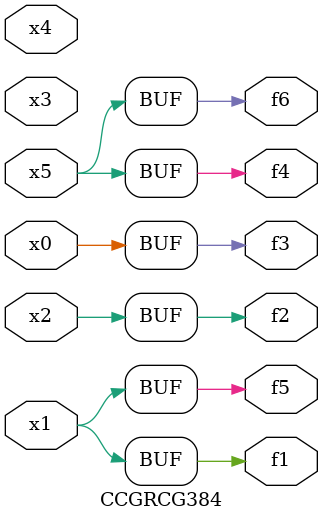
<source format=v>
module CCGRCG384(
	input x0, x1, x2, x3, x4, x5,
	output f1, f2, f3, f4, f5, f6
);
	assign f1 = x1;
	assign f2 = x2;
	assign f3 = x0;
	assign f4 = x5;
	assign f5 = x1;
	assign f6 = x5;
endmodule

</source>
